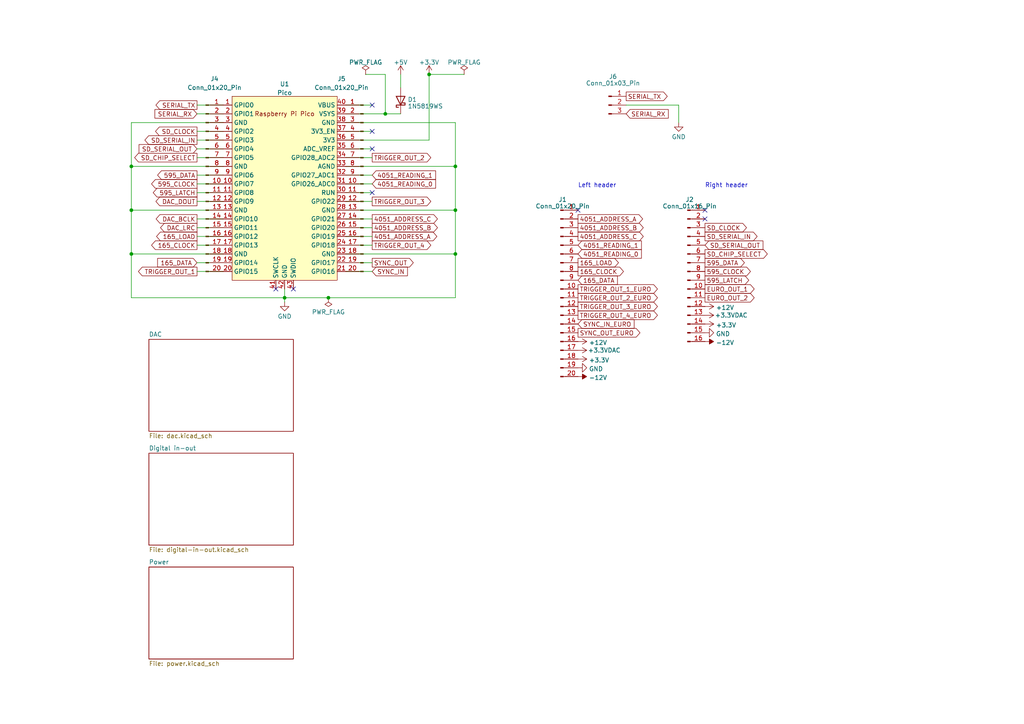
<source format=kicad_sch>
(kicad_sch (version 20230121) (generator eeschema)
  (paper "A4")
  (title_block (title "Drumkid") (rev "2.00"))
  (lib_symbols
    (symbol "Connector:Conn_01x03_Pin" (pin_names (offset 1.016) hide)
      (property "Reference" "J" (at 0 5.08 0))
      (property "Value" "Conn_01x03_Pin" (at 0 -5.08 0))
      (symbol "Conn_01x03_Pin_1_1"
        (polyline (pts (xy 1.27 -2.54) (xy 0.8636 -2.54)) (stroke (width 0.1524)))
        (polyline (pts (xy 1.27 0) (xy 0.8636 0)) (stroke (width 0.1524)))
        (polyline (pts (xy 1.27 2.54) (xy 0.8636 2.54)) (stroke (width 0.1524)))
        (rectangle (start 0.8636 -2.413) (end 0 -2.667) (stroke (width 0.1524)) (fill (type outline)))
        (rectangle (start 0.8636 0.127) (end 0 -0.127) (stroke (width 0.1524)) (fill (type outline)))
        (rectangle (start 0.8636 2.667) (end 0 2.413) (stroke (width 0.1524)) (fill (type outline)))
        (pin passive line (at 5.08 2.54 180) (length 3.81) (name "Pin_1") (number "1"))
        (pin passive line (at 5.08 0 180) (length 3.81) (name "Pin_2") (number "2"))
        (pin passive line (at 5.08 -2.54 180) (length 3.81) (name "Pin_3") (number "3"))
      )
    )
    (symbol "Connector:Conn_01x16_Pin" (pin_names (offset 1.016) hide)
      (property "Reference" "J" (at 0 20.32 0))
      (property "Value" "Conn_01x16_Pin" (at 0 -22.86 0))
      (symbol "Conn_01x16_Pin_1_1"
        (polyline (pts (xy 1.27 -20.32) (xy 0.8636 -20.32)) (stroke (width 0.1524)))
        (polyline (pts (xy 1.27 -17.78) (xy 0.8636 -17.78)) (stroke (width 0.1524)))
        (polyline (pts (xy 1.27 -15.24) (xy 0.8636 -15.24)) (stroke (width 0.1524)))
        (polyline (pts (xy 1.27 -12.7) (xy 0.8636 -12.7)) (stroke (width 0.1524)))
        (polyline (pts (xy 1.27 -10.16) (xy 0.8636 -10.16)) (stroke (width 0.1524)))
        (polyline (pts (xy 1.27 -7.62) (xy 0.8636 -7.62)) (stroke (width 0.1524)))
        (polyline (pts (xy 1.27 -5.08) (xy 0.8636 -5.08)) (stroke (width 0.1524)))
        (polyline (pts (xy 1.27 -2.54) (xy 0.8636 -2.54)) (stroke (width 0.1524)))
        (polyline (pts (xy 1.27 0) (xy 0.8636 0)) (stroke (width 0.1524)))
        (polyline (pts (xy 1.27 2.54) (xy 0.8636 2.54)) (stroke (width 0.1524)))
        (polyline (pts (xy 1.27 5.08) (xy 0.8636 5.08)) (stroke (width 0.1524)))
        (polyline (pts (xy 1.27 7.62) (xy 0.8636 7.62)) (stroke (width 0.1524)))
        (polyline (pts (xy 1.27 10.16) (xy 0.8636 10.16)) (stroke (width 0.1524)))
        (polyline (pts (xy 1.27 12.7) (xy 0.8636 12.7)) (stroke (width 0.1524)))
        (polyline (pts (xy 1.27 15.24) (xy 0.8636 15.24)) (stroke (width 0.1524)))
        (polyline (pts (xy 1.27 17.78) (xy 0.8636 17.78)) (stroke (width 0.1524)))
        (rectangle (start 0.8636 -20.193) (end 0 -20.447) (stroke (width 0.1524)) (fill (type outline)))
        (rectangle (start 0.8636 -17.653) (end 0 -17.907) (stroke (width 0.1524)) (fill (type outline)))
        (rectangle (start 0.8636 -15.113) (end 0 -15.367) (stroke (width 0.1524)) (fill (type outline)))
        (rectangle (start 0.8636 -12.573) (end 0 -12.827) (stroke (width 0.1524)) (fill (type outline)))
        (rectangle (start 0.8636 -10.033) (end 0 -10.287) (stroke (width 0.1524)) (fill (type outline)))
        (rectangle (start 0.8636 -7.493) (end 0 -7.747) (stroke (width 0.1524)) (fill (type outline)))
        (rectangle (start 0.8636 -4.953) (end 0 -5.207) (stroke (width 0.1524)) (fill (type outline)))
        (rectangle (start 0.8636 -2.413) (end 0 -2.667) (stroke (width 0.1524)) (fill (type outline)))
        (rectangle (start 0.8636 0.127) (end 0 -0.127) (stroke (width 0.1524)) (fill (type outline)))
        (rectangle (start 0.8636 2.667) (end 0 2.413) (stroke (width 0.1524)) (fill (type outline)))
        (rectangle (start 0.8636 5.207) (end 0 4.953) (stroke (width 0.1524)) (fill (type outline)))
        (rectangle (start 0.8636 7.747) (end 0 7.493) (stroke (width 0.1524)) (fill (type outline)))
        (rectangle (start 0.8636 10.287) (end 0 10.033) (stroke (width 0.1524)) (fill (type outline)))
        (rectangle (start 0.8636 12.827) (end 0 12.573) (stroke (width 0.1524)) (fill (type outline)))
        (rectangle (start 0.8636 15.367) (end 0 15.113) (stroke (width 0.1524)) (fill (type outline)))
        (rectangle (start 0.8636 17.907) (end 0 17.653) (stroke (width 0.1524)) (fill (type outline)))
        (pin passive line (at 5.08 17.78 180) (length 3.81) (name "Pin_1") (number "1"))
        (pin passive line (at 5.08 -5.08 180) (length 3.81) (name "Pin_10") (number "10"))
        (pin passive line (at 5.08 -7.62 180) (length 3.81) (name "Pin_11") (number "11"))
        (pin passive line (at 5.08 -10.16 180) (length 3.81) (name "Pin_12") (number "12"))
        (pin passive line (at 5.08 -12.7 180) (length 3.81) (name "Pin_13") (number "13"))
        (pin passive line (at 5.08 -15.24 180) (length 3.81) (name "Pin_14") (number "14"))
        (pin passive line (at 5.08 -17.78 180) (length 3.81) (name "Pin_15") (number "15"))
        (pin passive line (at 5.08 -20.32 180) (length 3.81) (name "Pin_16") (number "16"))
        (pin passive line (at 5.08 15.24 180) (length 3.81) (name "Pin_2") (number "2"))
        (pin passive line (at 5.08 12.7 180) (length 3.81) (name "Pin_3") (number "3"))
        (pin passive line (at 5.08 10.16 180) (length 3.81) (name "Pin_4") (number "4"))
        (pin passive line (at 5.08 7.62 180) (length 3.81) (name "Pin_5") (number "5"))
        (pin passive line (at 5.08 5.08 180) (length 3.81) (name "Pin_6") (number "6"))
        (pin passive line (at 5.08 2.54 180) (length 3.81) (name "Pin_7") (number "7"))
        (pin passive line (at 5.08 0 180) (length 3.81) (name "Pin_8") (number "8"))
        (pin passive line (at 5.08 -2.54 180) (length 3.81) (name "Pin_9") (number "9"))
      )
    )
    (symbol "Connector:Conn_01x20_Pin" (pin_names (offset 1.016) hide)
      (property "Reference" "J" (at 0 25.4 0))
      (property "Value" "Conn_01x20_Pin" (at 0 -27.94 0))
      (symbol "Conn_01x20_Pin_1_1"
        (polyline (pts (xy 1.27 -25.4) (xy 0.8636 -25.4)) (stroke (width 0.1524)))
        (polyline (pts (xy 1.27 -22.86) (xy 0.8636 -22.86)) (stroke (width 0.1524)))
        (polyline (pts (xy 1.27 -20.32) (xy 0.8636 -20.32)) (stroke (width 0.1524)))
        (polyline (pts (xy 1.27 -17.78) (xy 0.8636 -17.78)) (stroke (width 0.1524)))
        (polyline (pts (xy 1.27 -15.24) (xy 0.8636 -15.24)) (stroke (width 0.1524)))
        (polyline (pts (xy 1.27 -12.7) (xy 0.8636 -12.7)) (stroke (width 0.1524)))
        (polyline (pts (xy 1.27 -10.16) (xy 0.8636 -10.16)) (stroke (width 0.1524)))
        (polyline (pts (xy 1.27 -7.62) (xy 0.8636 -7.62)) (stroke (width 0.1524)))
        (polyline (pts (xy 1.27 -5.08) (xy 0.8636 -5.08)) (stroke (width 0.1524)))
        (polyline (pts (xy 1.27 -2.54) (xy 0.8636 -2.54)) (stroke (width 0.1524)))
        (polyline (pts (xy 1.27 0) (xy 0.8636 0)) (stroke (width 0.1524)))
        (polyline (pts (xy 1.27 2.54) (xy 0.8636 2.54)) (stroke (width 0.1524)))
        (polyline (pts (xy 1.27 5.08) (xy 0.8636 5.08)) (stroke (width 0.1524)))
        (polyline (pts (xy 1.27 7.62) (xy 0.8636 7.62)) (stroke (width 0.1524)))
        (polyline (pts (xy 1.27 10.16) (xy 0.8636 10.16)) (stroke (width 0.1524)))
        (polyline (pts (xy 1.27 12.7) (xy 0.8636 12.7)) (stroke (width 0.1524)))
        (polyline (pts (xy 1.27 15.24) (xy 0.8636 15.24)) (stroke (width 0.1524)))
        (polyline (pts (xy 1.27 17.78) (xy 0.8636 17.78)) (stroke (width 0.1524)))
        (polyline (pts (xy 1.27 20.32) (xy 0.8636 20.32)) (stroke (width 0.1524)))
        (polyline (pts (xy 1.27 22.86) (xy 0.8636 22.86)) (stroke (width 0.1524)))
        (rectangle (start 0.8636 -25.273) (end 0 -25.527) (stroke (width 0.1524)) (fill (type outline)))
        (rectangle (start 0.8636 -22.733) (end 0 -22.987) (stroke (width 0.1524)) (fill (type outline)))
        (rectangle (start 0.8636 -20.193) (end 0 -20.447) (stroke (width 0.1524)) (fill (type outline)))
        (rectangle (start 0.8636 -17.653) (end 0 -17.907) (stroke (width 0.1524)) (fill (type outline)))
        (rectangle (start 0.8636 -15.113) (end 0 -15.367) (stroke (width 0.1524)) (fill (type outline)))
        (rectangle (start 0.8636 -12.573) (end 0 -12.827) (stroke (width 0.1524)) (fill (type outline)))
        (rectangle (start 0.8636 -10.033) (end 0 -10.287) (stroke (width 0.1524)) (fill (type outline)))
        (rectangle (start 0.8636 -7.493) (end 0 -7.747) (stroke (width 0.1524)) (fill (type outline)))
        (rectangle (start 0.8636 -4.953) (end 0 -5.207) (stroke (width 0.1524)) (fill (type outline)))
        (rectangle (start 0.8636 -2.413) (end 0 -2.667) (stroke (width 0.1524)) (fill (type outline)))
        (rectangle (start 0.8636 0.127) (end 0 -0.127) (stroke (width 0.1524)) (fill (type outline)))
        (rectangle (start 0.8636 2.667) (end 0 2.413) (stroke (width 0.1524)) (fill (type outline)))
        (rectangle (start 0.8636 5.207) (end 0 4.953) (stroke (width 0.1524)) (fill (type outline)))
        (rectangle (start 0.8636 7.747) (end 0 7.493) (stroke (width 0.1524)) (fill (type outline)))
        (rectangle (start 0.8636 10.287) (end 0 10.033) (stroke (width 0.1524)) (fill (type outline)))
        (rectangle (start 0.8636 12.827) (end 0 12.573) (stroke (width 0.1524)) (fill (type outline)))
        (rectangle (start 0.8636 15.367) (end 0 15.113) (stroke (width 0.1524)) (fill (type outline)))
        (rectangle (start 0.8636 17.907) (end 0 17.653) (stroke (width 0.1524)) (fill (type outline)))
        (rectangle (start 0.8636 20.447) (end 0 20.193) (stroke (width 0.1524)) (fill (type outline)))
        (rectangle (start 0.8636 22.987) (end 0 22.733) (stroke (width 0.1524)) (fill (type outline)))
        (pin passive line (at 5.08 22.86 180) (length 3.81) (name "Pin_1") (number "1"))
        (pin passive line (at 5.08 0 180) (length 3.81) (name "Pin_10") (number "10"))
        (pin passive line (at 5.08 -2.54 180) (length 3.81) (name "Pin_11") (number "11"))
        (pin passive line (at 5.08 -5.08 180) (length 3.81) (name "Pin_12") (number "12"))
        (pin passive line (at 5.08 -7.62 180) (length 3.81) (name "Pin_13") (number "13"))
        (pin passive line (at 5.08 -10.16 180) (length 3.81) (name "Pin_14") (number "14"))
        (pin passive line (at 5.08 -12.7 180) (length 3.81) (name "Pin_15") (number "15"))
        (pin passive line (at 5.08 -15.24 180) (length 3.81) (name "Pin_16") (number "16"))
        (pin passive line (at 5.08 -17.78 180) (length 3.81) (name "Pin_17") (number "17"))
        (pin passive line (at 5.08 -20.32 180) (length 3.81) (name "Pin_18") (number "18"))
        (pin passive line (at 5.08 -22.86 180) (length 3.81) (name "Pin_19") (number "19"))
        (pin passive line (at 5.08 20.32 180) (length 3.81) (name "Pin_2") (number "2"))
        (pin passive line (at 5.08 -25.4 180) (length 3.81) (name "Pin_20") (number "20"))
        (pin passive line (at 5.08 17.78 180) (length 3.81) (name "Pin_3") (number "3"))
        (pin passive line (at 5.08 15.24 180) (length 3.81) (name "Pin_4") (number "4"))
        (pin passive line (at 5.08 12.7 180) (length 3.81) (name "Pin_5") (number "5"))
        (pin passive line (at 5.08 10.16 180) (length 3.81) (name "Pin_6") (number "6"))
        (pin passive line (at 5.08 7.62 180) (length 3.81) (name "Pin_7") (number "7"))
        (pin passive line (at 5.08 5.08 180) (length 3.81) (name "Pin_8") (number "8"))
        (pin passive line (at 5.08 2.54 180) (length 3.81) (name "Pin_9") (number "9"))
      )
    )
    (symbol "Diode:1N5819WS" (pin_numbers hide) (pin_names (offset 1.016) hide)
      (property "Reference" "D" (at 0 2.54 0))
      (property "Value" "1N5819WS" (at 0 -2.54 0))
      (symbol "1N5819WS_0_1"
        (polyline (pts (xy 1.27 0) (xy -1.27 0)))
        (polyline (pts (xy 1.27 1.27) (xy 1.27 -1.27) (xy -1.27 0) (xy 1.27 1.27)) (stroke (width 0.254)))
        (polyline (pts (xy -1.905 0.635) (xy -1.905 1.27) (xy -1.27 1.27) (xy -1.27 -1.27) (xy -0.635 -1.27) (xy -0.635 -0.635)) (stroke (width 0.254)))
      )
      (symbol "1N5819WS_1_1"
        (pin passive line (at -3.81 0 0) (length 2.54) (name "K") (number "1"))
        (pin passive line (at 3.81 0 180) (length 2.54) (name "A") (number "2"))
      )
    )
    (symbol "MCU_RaspberryPi_and_Boards:Pico"
      (property "Reference" "U" (at -13.97 27.94 0))
      (property "Value" "Pico" (at 0 19.05 0))
      (symbol "Pico_0_0"
        (text "Raspberry Pi Pico" (at 0 21.59 0) (effects (font (size 1.27 1.27))))
      )
      (symbol "Pico_0_1"
        (rectangle (start -15.24 26.67) (end 15.24 -26.67) (fill (type background)))
      )
      (symbol "Pico_1_1"
        (pin bidirectional line (at -17.78 24.13 0) (length 2.54) (name "GPIO0") (number "1"))
        (pin bidirectional line (at -17.78 1.27 0) (length 2.54) (name "GPIO7") (number "10"))
        (pin bidirectional line (at -17.78 -1.27 0) (length 2.54) (name "GPIO8") (number "11"))
        (pin bidirectional line (at -17.78 -3.81 0) (length 2.54) (name "GPIO9") (number "12"))
        (pin power_in line (at -17.78 -6.35 0) (length 2.54) (name "GND") (number "13"))
        (pin bidirectional line (at -17.78 -8.89 0) (length 2.54) (name "GPIO10") (number "14"))
        (pin bidirectional line (at -17.78 -11.43 0) (length 2.54) (name "GPIO11") (number "15"))
        (pin bidirectional line (at -17.78 -13.97 0) (length 2.54) (name "GPIO12") (number "16"))
        (pin bidirectional line (at -17.78 -16.51 0) (length 2.54) (name "GPIO13") (number "17"))
        (pin power_in line (at -17.78 -19.05 0) (length 2.54) (name "GND") (number "18"))
        (pin bidirectional line (at -17.78 -21.59 0) (length 2.54) (name "GPIO14") (number "19"))
        (pin bidirectional line (at -17.78 21.59 0) (length 2.54) (name "GPIO1") (number "2"))
        (pin bidirectional line (at -17.78 -24.13 0) (length 2.54) (name "GPIO15") (number "20"))
        (pin bidirectional line (at 17.78 -24.13 180) (length 2.54) (name "GPIO16") (number "21"))
        (pin bidirectional line (at 17.78 -21.59 180) (length 2.54) (name "GPIO17") (number "22"))
        (pin power_in line (at 17.78 -19.05 180) (length 2.54) (name "GND") (number "23"))
        (pin bidirectional line (at 17.78 -16.51 180) (length 2.54) (name "GPIO18") (number "24"))
        (pin bidirectional line (at 17.78 -13.97 180) (length 2.54) (name "GPIO19") (number "25"))
        (pin bidirectional line (at 17.78 -11.43 180) (length 2.54) (name "GPIO20") (number "26"))
        (pin bidirectional line (at 17.78 -8.89 180) (length 2.54) (name "GPIO21") (number "27"))
        (pin power_in line (at 17.78 -6.35 180) (length 2.54) (name "GND") (number "28"))
        (pin bidirectional line (at 17.78 -3.81 180) (length 2.54) (name "GPIO22") (number "29"))
        (pin power_in line (at -17.78 19.05 0) (length 2.54) (name "GND") (number "3"))
        (pin input line (at 17.78 -1.27 180) (length 2.54) (name "RUN") (number "30"))
        (pin bidirectional line (at 17.78 1.27 180) (length 2.54) (name "GPIO26_ADC0") (number "31"))
        (pin bidirectional line (at 17.78 3.81 180) (length 2.54) (name "GPIO27_ADC1") (number "32"))
        (pin power_in line (at 17.78 6.35 180) (length 2.54) (name "AGND") (number "33"))
        (pin bidirectional line (at 17.78 8.89 180) (length 2.54) (name "GPIO28_ADC2") (number "34"))
        (pin power_in line (at 17.78 11.43 180) (length 2.54) (name "ADC_VREF") (number "35"))
        (pin power_in line (at 17.78 13.97 180) (length 2.54) (name "3V3") (number "36"))
        (pin input line (at 17.78 16.51 180) (length 2.54) (name "3V3_EN") (number "37"))
        (pin bidirectional line (at 17.78 19.05 180) (length 2.54) (name "GND") (number "38"))
        (pin power_in line (at 17.78 21.59 180) (length 2.54) (name "VSYS") (number "39"))
        (pin bidirectional line (at -17.78 16.51 0) (length 2.54) (name "GPIO2") (number "4"))
        (pin power_in line (at 17.78 24.13 180) (length 2.54) (name "VBUS") (number "40"))
        (pin input line (at -2.54 -29.21 90) (length 2.54) (name "SWCLK") (number "41"))
        (pin power_in line (at 0 -29.21 90) (length 2.54) (name "GND") (number "42"))
        (pin bidirectional line (at 2.54 -29.21 90) (length 2.54) (name "SWDIO") (number "43"))
        (pin bidirectional line (at -17.78 13.97 0) (length 2.54) (name "GPIO3") (number "5"))
        (pin bidirectional line (at -17.78 11.43 0) (length 2.54) (name "GPIO4") (number "6"))
        (pin bidirectional line (at -17.78 8.89 0) (length 2.54) (name "GPIO5") (number "7"))
        (pin power_in line (at -17.78 6.35 0) (length 2.54) (name "GND") (number "8"))
        (pin bidirectional line (at -17.78 3.81 0) (length 2.54) (name "GPIO6") (number "9"))
      )
    )
    (symbol "power:+12V" (power) (pin_names (offset 0))
      (property "Value" "+12V" (at 0 3.556 0))
      (symbol "+12V_0_1"
        (polyline (pts (xy -0.762 1.27) (xy 0 2.54)))
        (polyline (pts (xy 0 0) (xy 0 2.54)))
        (polyline (pts (xy 0 2.54) (xy 0.762 1.27)))
      )
      (symbol "+12V_1_1"
        (pin power_in line (at 0 0 90) (length 0) hide (name "+12V") (number "1"))
      )
    )
    (symbol "power:+3.3V" (power) (pin_names (offset 0))
      (property "Value" "+3.3V" (at 0 3.556 0))
      (symbol "+3.3V_0_1"
        (polyline (pts (xy -0.762 1.27) (xy 0 2.54)))
        (polyline (pts (xy 0 0) (xy 0 2.54)))
        (polyline (pts (xy 0 2.54) (xy 0.762 1.27)))
      )
      (symbol "+3.3V_1_1"
        (pin power_in line (at 0 0 90) (length 0) hide (name "+3.3V") (number "1"))
      )
    )
    (symbol "power:+3.3VDAC" (power) (pin_names (offset 0))
      (property "Value" "+3.3VDAC" (at 0 2.54 0))
      (symbol "+3.3VDAC_0_0"
        (pin power_in line (at 0 0 90) (length 0) hide (name "+3.3VDAC") (number "1"))
      )
      (symbol "+3.3VDAC_0_1"
        (polyline (pts (xy -0.762 1.27) (xy 0 2.54)))
        (polyline (pts (xy 0 0) (xy 0 2.54)))
        (polyline (pts (xy 0 2.54) (xy 0.762 1.27)))
      )
    )
    (symbol "power:+5V" (power) (pin_names (offset 0))
      (property "Value" "+5V" (at 0 3.556 0))
      (symbol "+5V_0_1"
        (polyline (pts (xy -0.762 1.27) (xy 0 2.54)))
        (polyline (pts (xy 0 0) (xy 0 2.54)))
        (polyline (pts (xy 0 2.54) (xy 0.762 1.27)))
      )
      (symbol "+5V_1_1"
        (pin power_in line (at 0 0 90) (length 0) hide (name "+5V") (number "1"))
      )
    )
    (symbol "power:-12V" (power) (pin_names (offset 0))
      (property "Value" "-12V" (at 0 3.81 0))
      (symbol "-12V_0_0"
        (pin power_in line (at 0 0 90) (length 0) hide (name "-12V") (number "1"))
      )
      (symbol "-12V_0_1"
        (polyline (pts (xy 0 0) (xy 0 1.27) (xy 0.762 1.27) (xy 0 2.54) (xy -0.762 1.27) (xy 0 1.27)) (fill (type outline)))
      )
    )
    (symbol "power:GND" (power) (pin_names (offset 0))
      (property "Value" "GND" (at 0 -3.81 0))
      (symbol "GND_0_1"
        (polyline (pts (xy 0 0) (xy 0 -1.27) (xy 1.27 -1.27) (xy 0 -2.54) (xy -1.27 -1.27) (xy 0 -1.27)))
      )
      (symbol "GND_1_1"
        (pin power_in line (at 0 0 270) (length 0) hide (name "GND") (number "1"))
      )
    )
    (symbol "power:PWR_FLAG" (power) (pin_numbers hide) (pin_names (offset 0) hide)
      (property "Value" "PWR_FLAG" (at 0 3.81 0))
      (symbol "PWR_FLAG_0_0"
        (pin power_out line (at 0 0 90) (length 0) (name "pwr") (number "1"))
      )
      (symbol "PWR_FLAG_0_1"
        (polyline (pts (xy 0 0) (xy 0 1.27) (xy -1.016 1.905) (xy 0 2.54) (xy 1.016 1.905) (xy 0 1.27)))
      )
    )
  )
  (junction (at 38.1 48.26))
  (junction (at 132.08 48.26))
  (junction (at 124.46 21.59))
  (junction (at 132.08 73.66))
  (junction (at 111.76 33.02))
  (junction (at 82.55 86.36))
  (junction (at 132.08 60.96))
  (junction (at 95.25 86.36))
  (junction (at 38.1 60.96))
  (junction (at 38.1 73.66))
  (no_connect (at 80.01 83.82))
  (no_connect (at 107.95 43.18))
  (no_connect (at 107.95 30.48))
  (no_connect (at 204.47 60.96))
  (no_connect (at 107.95 55.88))
  (no_connect (at 167.64 60.96))
  (no_connect (at 85.09 83.82))
  (no_connect (at 204.47 63.5))
  (no_connect (at 107.95 38.1))
  (wire (pts (xy 111.76 21.59) (xy 111.76 33.02)))
  (wire (pts (xy 57.15 58.42) (xy 64.77 58.42)))
  (wire (pts (xy 38.1 73.66) (xy 38.1 86.36)))
  (wire (pts (xy 57.15 68.58) (xy 64.77 68.58)))
  (wire (pts (xy 57.15 78.74) (xy 64.77 78.74)))
  (wire (pts (xy 82.55 86.36) (xy 95.25 86.36)))
  (wire (pts (xy 57.15 33.02) (xy 64.77 33.02)))
  (wire (pts (xy 57.15 43.18) (xy 64.77 43.18)))
  (wire (pts (xy 107.95 45.72) (xy 100.33 45.72)))
  (wire (pts (xy 124.46 21.59) (xy 134.62 21.59)))
  (wire (pts (xy 38.1 48.26) (xy 64.77 48.26)))
  (wire (pts (xy 107.95 68.58) (xy 100.33 68.58)))
  (wire (pts (xy 196.85 30.48) (xy 196.85 35.56)))
  (wire (pts (xy 107.95 30.48) (xy 100.33 30.48)))
  (wire (pts (xy 107.95 66.04) (xy 100.33 66.04)))
  (wire (pts (xy 107.95 53.34) (xy 100.33 53.34)))
  (wire (pts (xy 100.33 73.66) (xy 132.08 73.66)))
  (wire (pts (xy 107.95 58.42) (xy 100.33 58.42)))
  (wire (pts (xy 111.76 33.02) (xy 116.205 33.02)))
  (wire (pts (xy 132.08 73.66) (xy 132.08 86.36)))
  (wire (pts (xy 57.15 30.48) (xy 64.77 30.48)))
  (wire (pts (xy 57.15 38.1) (xy 64.77 38.1)))
  (wire (pts (xy 107.95 63.5) (xy 100.33 63.5)))
  (wire (pts (xy 57.15 71.12) (xy 64.77 71.12)))
  (wire (pts (xy 107.95 55.88) (xy 100.33 55.88)))
  (wire (pts (xy 57.15 63.5) (xy 64.77 63.5)))
  (wire (pts (xy 57.15 53.34) (xy 64.77 53.34)))
  (wire (pts (xy 100.33 60.96) (xy 132.08 60.96)))
  (wire (pts (xy 107.95 76.2) (xy 100.33 76.2)))
  (wire (pts (xy 107.95 50.8) (xy 100.33 50.8)))
  (wire (pts (xy 57.15 66.04) (xy 64.77 66.04)))
  (wire (pts (xy 100.33 40.64) (xy 124.46 40.64)))
  (wire (pts (xy 107.95 38.1) (xy 100.33 38.1)))
  (wire (pts (xy 38.1 73.66) (xy 64.77 73.66)))
  (wire (pts (xy 100.33 35.56) (xy 132.08 35.56)))
  (wire (pts (xy 57.15 40.64) (xy 64.77 40.64)))
  (wire (pts (xy 38.1 60.96) (xy 38.1 73.66)))
  (wire (pts (xy 57.15 45.72) (xy 64.77 45.72)))
  (wire (pts (xy 124.46 21.59) (xy 124.46 40.64)))
  (wire (pts (xy 95.25 86.36) (xy 132.08 86.36)))
  (wire (pts (xy 38.1 35.56) (xy 64.77 35.56)))
  (wire (pts (xy 82.55 86.36) (xy 82.55 87.63)))
  (wire (pts (xy 57.15 50.8) (xy 64.77 50.8)))
  (wire (pts (xy 107.95 71.12) (xy 100.33 71.12)))
  (wire (pts (xy 38.1 60.96) (xy 64.77 60.96)))
  (wire (pts (xy 181.61 30.48) (xy 196.85 30.48)))
  (wire (pts (xy 132.08 60.96) (xy 132.08 48.26)))
  (wire (pts (xy 100.33 48.26) (xy 132.08 48.26)))
  (wire (pts (xy 106.045 21.59) (xy 111.76 21.59)))
  (wire (pts (xy 82.55 86.36) (xy 38.1 86.36)))
  (wire (pts (xy 57.15 76.2) (xy 64.77 76.2)))
  (wire (pts (xy 82.55 83.82) (xy 82.55 86.36)))
  (wire (pts (xy 57.15 55.88) (xy 64.77 55.88)))
  (wire (pts (xy 132.08 73.66) (xy 132.08 60.96)))
  (wire (pts (xy 38.1 48.26) (xy 38.1 35.56)))
  (wire (pts (xy 116.205 21.59) (xy 116.205 25.4)))
  (wire (pts (xy 107.95 78.74) (xy 100.33 78.74)))
  (wire (pts (xy 100.33 33.02) (xy 111.76 33.02)))
  (wire (pts (xy 38.1 48.26) (xy 38.1 60.96)))
  (wire (pts (xy 107.95 43.18) (xy 100.33 43.18)))
  (wire (pts (xy 132.08 48.26) (xy 132.08 35.56)))
  (text "Left header" (at 167.64 54.61 0) (effects (font (size 1.27 1.27)) (justify left bottom)))
  (text "Right header" (at 204.47 54.61 0) (effects (font (size 1.27 1.27)) (justify left bottom)))
  (global_label "165_CLOCK" (shape output) (at 57.15 71.12 180) (property "Intersheetrefs" "${INTERSHEET_REFS}" (effects hide)))
  (global_label "TRIGGER_OUT_3" (shape output) (at 107.95 58.42 0) (property "Intersheetrefs" "${INTERSHEET_REFS}" (effects hide)))
  (global_label "4051_READING_0" (shape input) (at 107.95 53.34 0) (property "Intersheetrefs" "${INTERSHEET_REFS}" (effects hide)))
  (global_label "4051_ADDRESS_C" (shape output) (at 107.95 63.5 0) (property "Intersheetrefs" "${INTERSHEET_REFS}" (effects hide)))
  (global_label "SYNC_OUT" (shape output) (at 107.95 76.2 0) (property "Intersheetrefs" "${INTERSHEET_REFS}" (effects hide)))
  (global_label "165_DATA" (shape input) (at 57.15 76.2 180) (property "Intersheetrefs" "${INTERSHEET_REFS}" (effects hide)))
  (global_label "SD_SERIAL_IN" (shape output) (at 204.47 68.58 0) (property "Intersheetrefs" "${INTERSHEET_REFS}" (effects hide)))
  (global_label "4051_ADDRESS_B" (shape output) (at 167.64 66.04 0) (property "Intersheetrefs" "${INTERSHEET_REFS}" (effects hide)))
  (global_label "SERIAL_RX" (shape input) (at 181.61 33.02 0) (property "Intersheetrefs" "${INTERSHEET_REFS}" (effects hide)))
  (global_label "EURO_OUT_1" (shape output) (at 204.47 83.82 0) (property "Intersheetrefs" "${INTERSHEET_REFS}" (effects hide)))
  (global_label "TRIGGER_OUT_1" (shape output) (at 57.15 78.74 180) (property "Intersheetrefs" "${INTERSHEET_REFS}" (effects hide)))
  (global_label "SYNC_OUT_EURO" (shape output) (at 167.64 96.52 0) (property "Intersheetrefs" "${INTERSHEET_REFS}" (effects hide)))
  (global_label "TRIGGER_OUT_1_EURO" (shape output) (at 167.64 83.82 0) (property "Intersheetrefs" "${INTERSHEET_REFS}" (effects hide)))
  (global_label "4051_ADDRESS_A" (shape output) (at 107.95 68.58 0) (property "Intersheetrefs" "${INTERSHEET_REFS}" (effects hide)))
  (global_label "SD_CHIP_SELECT" (shape output) (at 204.47 73.66 0) (property "Intersheetrefs" "${INTERSHEET_REFS}" (effects hide)))
  (global_label "TRIGGER_OUT_3_EURO" (shape output) (at 167.64 88.9 0) (property "Intersheetrefs" "${INTERSHEET_REFS}" (effects hide)))
  (global_label "DAC_DOUT" (shape output) (at 57.15 58.42 180) (property "Intersheetrefs" "${INTERSHEET_REFS}" (effects hide)))
  (global_label "TRIGGER_OUT_2" (shape output) (at 107.95 45.72 0) (property "Intersheetrefs" "${INTERSHEET_REFS}" (effects hide)))
  (global_label "4051_ADDRESS_B" (shape output) (at 107.95 66.04 0) (property "Intersheetrefs" "${INTERSHEET_REFS}" (effects hide)))
  (global_label "SERIAL_RX" (shape input) (at 57.15 33.02 180) (property "Intersheetrefs" "${INTERSHEET_REFS}" (effects hide)))
  (global_label "TRIGGER_OUT_2_EURO" (shape output) (at 167.64 86.36 0) (property "Intersheetrefs" "${INTERSHEET_REFS}" (effects hide)))
  (global_label "SYNC_IN_EURO" (shape input) (at 167.64 93.98 0) (property "Intersheetrefs" "${INTERSHEET_REFS}" (effects hide)))
  (global_label "595_DATA" (shape output) (at 204.47 76.2 0) (property "Intersheetrefs" "${INTERSHEET_REFS}" (effects hide)))
  (global_label "4051_ADDRESS_A" (shape output) (at 167.64 63.5 0) (property "Intersheetrefs" "${INTERSHEET_REFS}" (effects hide)))
  (global_label "SD_CHIP_SELECT" (shape output) (at 57.15 45.72 180) (property "Intersheetrefs" "${INTERSHEET_REFS}" (effects hide)))
  (global_label "595_DATA" (shape output) (at 57.15 50.8 180) (property "Intersheetrefs" "${INTERSHEET_REFS}" (effects hide)))
  (global_label "165_DATA" (shape input) (at 167.64 81.28 0) (property "Intersheetrefs" "${INTERSHEET_REFS}" (effects hide)))
  (global_label "165_LOAD" (shape output) (at 57.15 68.58 180) (property "Intersheetrefs" "${INTERSHEET_REFS}" (effects hide)))
  (global_label "165_CLOCK" (shape output) (at 167.64 78.74 0) (property "Intersheetrefs" "${INTERSHEET_REFS}" (effects hide)))
  (global_label "SYNC_IN" (shape input) (at 107.95 78.74 0) (property "Intersheetrefs" "${INTERSHEET_REFS}" (effects hide)))
  (global_label "4051_ADDRESS_C" (shape output) (at 167.64 68.58 0) (property "Intersheetrefs" "${INTERSHEET_REFS}" (effects hide)))
  (global_label "165_LOAD" (shape output) (at 167.64 76.2 0) (property "Intersheetrefs" "${INTERSHEET_REFS}" (effects hide)))
  (global_label "595_LATCH" (shape output) (at 57.15 55.88 180) (property "Intersheetrefs" "${INTERSHEET_REFS}" (effects hide)))
  (global_label "TRIGGER_OUT_4" (shape output) (at 107.95 71.12 0) (property "Intersheetrefs" "${INTERSHEET_REFS}" (effects hide)))
  (global_label "TRIGGER_OUT_4_EURO" (shape output) (at 167.64 91.44 0) (property "Intersheetrefs" "${INTERSHEET_REFS}" (effects hide)))
  (global_label "SD_SERIAL_OUT" (shape input) (at 57.15 43.18 180) (property "Intersheetrefs" "${INTERSHEET_REFS}" (effects hide)))
  (global_label "SD_SERIAL_IN" (shape output) (at 57.15 40.64 180) (property "Intersheetrefs" "${INTERSHEET_REFS}" (effects hide)))
  (global_label "4051_READING_0" (shape input) (at 167.64 73.66 0) (property "Intersheetrefs" "${INTERSHEET_REFS}" (effects hide)))
  (global_label "SD_CLOCK" (shape output) (at 204.47 66.04 0) (property "Intersheetrefs" "${INTERSHEET_REFS}" (effects hide)))
  (global_label "SERIAL_TX" (shape output) (at 181.61 27.94 0) (property "Intersheetrefs" "${INTERSHEET_REFS}" (effects hide)))
  (global_label "SD_CLOCK" (shape output) (at 57.15 38.1 180) (property "Intersheetrefs" "${INTERSHEET_REFS}" (effects hide)))
  (global_label "4051_READING_1" (shape input) (at 167.64 71.12 0) (property "Intersheetrefs" "${INTERSHEET_REFS}" (effects hide)))
  (global_label "595_CLOCK" (shape output) (at 57.15 53.34 180) (property "Intersheetrefs" "${INTERSHEET_REFS}" (effects hide)))
  (global_label "DAC_LRC" (shape output) (at 57.15 66.04 180) (property "Intersheetrefs" "${INTERSHEET_REFS}" (effects hide)))
  (global_label "4051_READING_1" (shape input) (at 107.95 50.8 0) (property "Intersheetrefs" "${INTERSHEET_REFS}" (effects hide)))
  (global_label "EURO_OUT_2" (shape output) (at 204.47 86.36 0) (property "Intersheetrefs" "${INTERSHEET_REFS}" (effects hide)))
  (global_label "595_LATCH" (shape output) (at 204.47 81.28 0) (property "Intersheetrefs" "${INTERSHEET_REFS}" (effects hide)))
  (global_label "DAC_BCLK" (shape output) (at 57.15 63.5 180) (property "Intersheetrefs" "${INTERSHEET_REFS}" (effects hide)))
  (global_label "595_CLOCK" (shape output) (at 204.47 78.74 0) (property "Intersheetrefs" "${INTERSHEET_REFS}" (effects hide)))
  (global_label "SD_SERIAL_OUT" (shape input) (at 204.47 71.12 0) (property "Intersheetrefs" "${INTERSHEET_REFS}" (effects hide)))
  (global_label "SERIAL_TX" (shape output) (at 57.15 30.48 180) (property "Intersheetrefs" "${INTERSHEET_REFS}" (effects hide)))
  (symbol (lib_id "power:-12V") (at 167.64 109.22 270) (unit 1)
    (property "Reference" "#PWR052" (effects hide))
    (property "Value" "-12V" (at 170.815 109.5368 90) (effects (justify left)))
  )
  (symbol (lib_id "Connector:Conn_01x20_Pin") (at 162.56 83.82 0) (unit 1)
    (property "Reference" "J1" (at 163.195 57.8739 0))
    (property "Value" "Conn_01x20_Pin" (at 163.195 59.7949 0))
    (property "Footprint" "Connector_PinHeader_2.54mm:PinHeader_1x20_P2.54mm_Vertical" (effects hide))
  )
  (symbol (lib_id "Connector:Conn_01x16_Pin") (at 199.39 78.74 0) (unit 1)
    (property "Reference" "J2" (at 200.025 57.8739 0))
    (property "Value" "Conn_01x16_Pin" (at 200.025 59.7949 0))
    (property "Footprint" "Connector_PinHeader_2.54mm:PinHeader_1x16_P2.54mm_Vertical" (effects hide))
  )
  (symbol (lib_id "power:-12V") (at 204.47 99.06 270) (unit 1)
    (property "Reference" "#PWR011" (effects hide))
    (property "Value" "-12V" (at 207.645 99.3768 90) (effects (justify left)))
  )
  (symbol (lib_id "power:PWR_FLAG") (at 134.62 21.59 0) (unit 1)
    (property "Reference" "#FLG03" (effects hide))
    (property "Value" "PWR_FLAG" (at 134.62 18.0881 0))
  )
  (symbol (lib_id "MCU_RaspberryPi_and_Boards:Pico") (at 82.55 54.61 0) (unit 1)
    (property "Reference" "U1" (at 82.55 24.3672 0))
    (property "Value" "Pico" (at 82.55 26.9041 0))
    (property "Footprint" "MCU_RaspberryPi_and_Boards:RPi_Pico_SMD_TH" (effects hide))
  )
  (symbol (lib_id "power:GND") (at 167.64 106.68 90) (unit 1)
    (property "Reference" "#PWR06" (effects hide))
    (property "Value" "GND" (at 170.815 106.9968 90) (effects (justify right)))
  )
  (symbol (lib_id "Connector:Conn_01x20_Pin") (at 105.41 53.34 0) (mirror y) (unit 1)
    (property "Reference" "J5" (at 99.06 22.86 0))
    (property "Value" "Conn_01x20_Pin" (at 99.06 25.4 0))
    (property "Footprint" "Connector_PinHeader_2.54mm:PinHeader_1x20_P2.54mm_Vertical" (effects hide))
  )
  (symbol (lib_id "power:+3.3V") (at 124.46 21.59 0) (unit 1)
    (property "Reference" "#PWR03" (effects hide))
    (property "Value" "+3.3V" (at 124.46 18.0881 0))
  )
  (symbol (lib_id "power:+3.3V") (at 204.47 93.98 270) (unit 1)
    (property "Reference" "#PWR09" (effects hide))
    (property "Value" "+3.3V" (at 207.645 94.2968 90) (effects (justify left)))
  )
  (symbol (lib_id "power:+12V") (at 204.47 88.9 270) (unit 1)
    (property "Reference" "#PWR08" (effects hide))
    (property "Value" "+12V" (at 207.645 89.2168 90) (effects (justify left)))
  )
  (symbol (lib_id "power:+12V") (at 167.64 99.06 270) (unit 1)
    (property "Reference" "#PWR04" (effects hide))
    (property "Value" "+12V" (at 170.815 99.3768 90) (effects (justify left)))
  )
  (symbol (lib_id "power:GND") (at 204.47 96.52 90) (unit 1)
    (property "Reference" "#PWR010" (effects hide))
    (property "Value" "GND" (at 207.645 96.8368 90) (effects (justify right)))
  )
  (symbol (lib_id "power:GND") (at 196.85 35.56 0) (unit 1)
    (property "Reference" "#PWR051" (effects hide))
    (property "Value" "GND" (at 196.85 39.6955 0))
  )
  (symbol (lib_id "power:PWR_FLAG") (at 106.045 21.59 0) (unit 1)
    (property "Reference" "#FLG02" (effects hide))
    (property "Value" "PWR_FLAG" (at 106.045 18.0881 0))
  )
  (symbol (lib_id "power:+3.3VDAC") (at 167.64 101.6 270) (unit 1)
    (property "Reference" "#PWR07" (effects hide))
    (property "Value" "+3.3VDAC" (at 175.26 101.6 90))
  )
  (symbol (lib_id "power:+3.3V") (at 167.64 104.14 270) (unit 1)
    (property "Reference" "#PWR05" (effects hide))
    (property "Value" "+3.3V" (at 170.815 104.4568 90) (effects (justify left)))
  )
  (symbol (lib_id "power:+3.3VDAC") (at 204.47 91.44 270) (unit 1)
    (property "Reference" "#PWR053" (effects hide))
    (property "Value" "+3.3VDAC" (at 212.09 91.44 90))
  )
  (symbol (lib_id "Connector:Conn_01x03_Pin") (at 176.53 30.48 0) (unit 1)
    (property "Reference" "J6" (at 177.8 22.209 0))
    (property "Value" "Conn_01x03_Pin" (at 177.8 24.13 0))
    (property "Footprint" "Connector_PinHeader_2.54mm:PinHeader_1x03_P2.54mm_Vertical" (effects hide))
  )
  (symbol (lib_id "power:GND") (at 82.55 87.63 0) (unit 1)
    (property "Reference" "#PWR01" (effects hide))
    (property "Value" "GND" (at 82.55 91.7655 0))
  )
  (symbol (lib_id "power:PWR_FLAG") (at 95.25 86.36 180) (unit 1)
    (property "Reference" "#FLG01" (effects hide))
    (property "Value" "PWR_FLAG" (at 95.25 90.4955 0))
  )
  (symbol (lib_id "power:+5V") (at 116.205 21.59 0) (unit 1)
    (property "Reference" "#PWR02" (effects hide))
    (property "Value" "+5V" (at 116.205 18.0881 0))
  )
  (symbol (lib_id "Diode:1N5819WS") (at 116.205 29.21 90) (unit 1)
    (property "Reference" "D1" (at 118.237 28.8838 90) (effects (justify right)))
    (property "Value" "1N5819WS" (at 118.237 30.8048 90) (effects (justify right)))
    (property "Footprint" "Diode_SMD:D_SOD-323" (effects hide))
    (property "Datasheet" "https://datasheet.lcsc.com/lcsc/2204281430_Guangdong-Hottech-1N5819WS_C191023.pdf" (effects hide))
  )
  (symbol (lib_id "Connector:Conn_01x20_Pin") (at 59.69 53.34 0) (unit 1)
    (property "Reference" "J4" (at 62.23 22.86 0))
    (property "Value" "Conn_01x20_Pin" (at 62.23 25.4 0))
    (property "Footprint" "Connector_PinHeader_2.54mm:PinHeader_1x20_P2.54mm_Vertical" (effects hide))
  )
  (sheet (at 43.18 131.445) (size 41.91 26.67) (stroke (width 0.1524))
    (property "Sheetname" "Digital in-out" (at 43.18 130.7334 0) (effects (justify left bottom)))
    (property "Sheetfile" "digital-in-out.kicad_sch" (at 43.18 158.6996 0) (effects (justify left top)))
  )
  (sheet (at 43.18 98.425) (size 41.91 26.67) (stroke (width 0.1524))
    (property "Sheetname" "DAC" (at 43.18 97.7134 0) (effects (justify left bottom)))
    (property "Sheetfile" "dac.kicad_sch" (at 43.18 125.6796 0) (effects (justify left top)))
  )
  (sheet (at 43.18 164.465) (size 41.91 26.67) (stroke (width 0.1524))
    (property "Sheetname" "Power" (at 43.18 163.7534 0) (effects (justify left bottom)))
    (property "Sheetfile" "power.kicad_sch" (at 43.18 191.7196 0) (effects (justify left top)))
  )
)
</source>
